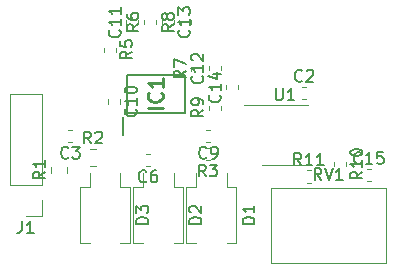
<source format=gbr>
G04 #@! TF.GenerationSoftware,KiCad,Pcbnew,5.1.5+dfsg1-2build2*
G04 #@! TF.CreationDate,2021-10-19T23:30:31+01:00*
G04 #@! TF.ProjectId,radiation_sensor,72616469-6174-4696-9f6e-5f73656e736f,rev?*
G04 #@! TF.SameCoordinates,Original*
G04 #@! TF.FileFunction,Legend,Top*
G04 #@! TF.FilePolarity,Positive*
%FSLAX46Y46*%
G04 Gerber Fmt 4.6, Leading zero omitted, Abs format (unit mm)*
G04 Created by KiCad (PCBNEW 5.1.5+dfsg1-2build2) date 2021-10-19 23:30:31*
%MOMM*%
%LPD*%
G04 APERTURE LIST*
%ADD10C,0.120000*%
%ADD11C,0.200000*%
%ADD12C,0.150000*%
%ADD13C,0.254000*%
G04 APERTURE END LIST*
D10*
X129890000Y-64228733D02*
X129890000Y-64571267D01*
X130910000Y-64228733D02*
X130910000Y-64571267D01*
X138462779Y-68340000D02*
X138137221Y-68340000D01*
X138462779Y-69360000D02*
X138137221Y-69360000D01*
X144825000Y-64675000D02*
X141375000Y-64675000D01*
X144825000Y-64675000D02*
X146775000Y-64675000D01*
X144825000Y-69795000D02*
X142875000Y-69795000D01*
X144825000Y-69795000D02*
X146775000Y-69795000D01*
X153395000Y-71720000D02*
X153395000Y-78060000D01*
X143625000Y-71720000D02*
X143625000Y-78060000D01*
X143625000Y-78060000D02*
X153395000Y-78060000D01*
X143625000Y-71720000D02*
X153395000Y-71720000D01*
X146678733Y-71260000D02*
X147021267Y-71260000D01*
X146678733Y-70240000D02*
X147021267Y-70240000D01*
X148990000Y-69528733D02*
X148990000Y-69871267D01*
X150010000Y-69528733D02*
X150010000Y-69871267D01*
X139410000Y-65096267D02*
X139410000Y-64753733D01*
X138390000Y-65096267D02*
X138390000Y-64753733D01*
X136910000Y-57871267D02*
X136910000Y-57528733D01*
X135890000Y-57871267D02*
X135890000Y-57528733D01*
X137910000Y-61796267D02*
X137910000Y-61453733D01*
X136890000Y-61796267D02*
X136890000Y-61453733D01*
X133910000Y-57846267D02*
X133910000Y-57503733D01*
X132890000Y-57846267D02*
X132890000Y-57503733D01*
X129490000Y-59828733D02*
X129490000Y-60171267D01*
X130510000Y-59828733D02*
X130510000Y-60171267D01*
X128313748Y-69860000D02*
X128836252Y-69860000D01*
X128313748Y-68440000D02*
X128836252Y-68440000D01*
X126410000Y-70436252D02*
X126410000Y-69913748D01*
X124990000Y-70436252D02*
X124990000Y-69913748D01*
X124230000Y-74080000D02*
X122900000Y-74080000D01*
X124230000Y-72750000D02*
X124230000Y-74080000D01*
X124230000Y-71480000D02*
X121570000Y-71480000D01*
X121570000Y-71480000D02*
X121570000Y-63800000D01*
X124230000Y-71480000D02*
X124230000Y-63800000D01*
X124230000Y-63800000D02*
X121570000Y-63800000D01*
D11*
X131112000Y-67213000D02*
X131112000Y-65688000D01*
X136347000Y-65338000D02*
X131457000Y-65338000D01*
X136347000Y-62138000D02*
X136347000Y-65338000D01*
X131457000Y-62138000D02*
X136347000Y-62138000D01*
X131457000Y-65338000D02*
X131457000Y-62138000D01*
D10*
X130910000Y-71640000D02*
X130910000Y-70460000D01*
X131710000Y-71640000D02*
X130910000Y-71640000D01*
X131710000Y-76360000D02*
X131710000Y-71640000D01*
X130910000Y-76360000D02*
X131710000Y-76360000D01*
X127490000Y-76360000D02*
X128290000Y-76360000D01*
X127490000Y-71640000D02*
X127490000Y-76360000D01*
X128290000Y-71640000D02*
X127490000Y-71640000D01*
X128290000Y-70410000D02*
X128290000Y-71640000D01*
X135410000Y-71640000D02*
X135410000Y-70460000D01*
X136210000Y-71640000D02*
X135410000Y-71640000D01*
X136210000Y-76360000D02*
X136210000Y-71640000D01*
X135410000Y-76360000D02*
X136210000Y-76360000D01*
X131990000Y-76360000D02*
X132790000Y-76360000D01*
X131990000Y-71640000D02*
X131990000Y-76360000D01*
X132790000Y-71640000D02*
X131990000Y-71640000D01*
X132790000Y-70410000D02*
X132790000Y-71640000D01*
X139910000Y-71640000D02*
X139910000Y-70460000D01*
X140710000Y-71640000D02*
X139910000Y-71640000D01*
X140710000Y-76360000D02*
X140710000Y-71640000D01*
X139910000Y-76360000D02*
X140710000Y-76360000D01*
X136490000Y-76360000D02*
X137290000Y-76360000D01*
X136490000Y-71640000D02*
X136490000Y-76360000D01*
X137290000Y-71640000D02*
X136490000Y-71640000D01*
X137290000Y-70410000D02*
X137290000Y-71640000D01*
X151753733Y-71160000D02*
X152096267Y-71160000D01*
X151753733Y-70140000D02*
X152096267Y-70140000D01*
X140885000Y-63371267D02*
X140885000Y-63028733D01*
X139865000Y-63371267D02*
X139865000Y-63028733D01*
X134390000Y-57528733D02*
X134390000Y-57871267D01*
X135410000Y-57528733D02*
X135410000Y-57871267D01*
X139410000Y-61771267D02*
X139410000Y-61428733D01*
X138390000Y-61771267D02*
X138390000Y-61428733D01*
X132410000Y-57871267D02*
X132410000Y-57528733D01*
X131390000Y-57871267D02*
X131390000Y-57528733D01*
X138521267Y-66840000D02*
X138178733Y-66840000D01*
X138521267Y-67860000D02*
X138178733Y-67860000D01*
X133421267Y-68840000D02*
X133078733Y-68840000D01*
X133421267Y-69860000D02*
X133078733Y-69860000D01*
X126846267Y-66840000D02*
X126503733Y-66840000D01*
X126846267Y-67860000D02*
X126503733Y-67860000D01*
X146278733Y-64210000D02*
X146621267Y-64210000D01*
X146278733Y-63190000D02*
X146621267Y-63190000D01*
D12*
X132187142Y-65042857D02*
X132234761Y-65090476D01*
X132282380Y-65233333D01*
X132282380Y-65328571D01*
X132234761Y-65471428D01*
X132139523Y-65566666D01*
X132044285Y-65614285D01*
X131853809Y-65661904D01*
X131710952Y-65661904D01*
X131520476Y-65614285D01*
X131425238Y-65566666D01*
X131330000Y-65471428D01*
X131282380Y-65328571D01*
X131282380Y-65233333D01*
X131330000Y-65090476D01*
X131377619Y-65042857D01*
X132282380Y-64090476D02*
X132282380Y-64661904D01*
X132282380Y-64376190D02*
X131282380Y-64376190D01*
X131425238Y-64471428D01*
X131520476Y-64566666D01*
X131568095Y-64661904D01*
X131282380Y-63471428D02*
X131282380Y-63376190D01*
X131330000Y-63280952D01*
X131377619Y-63233333D01*
X131472857Y-63185714D01*
X131663333Y-63138095D01*
X131901428Y-63138095D01*
X132091904Y-63185714D01*
X132187142Y-63233333D01*
X132234761Y-63280952D01*
X132282380Y-63376190D01*
X132282380Y-63471428D01*
X132234761Y-63566666D01*
X132187142Y-63614285D01*
X132091904Y-63661904D01*
X131901428Y-63709523D01*
X131663333Y-63709523D01*
X131472857Y-63661904D01*
X131377619Y-63614285D01*
X131330000Y-63566666D01*
X131282380Y-63471428D01*
X138133333Y-70732380D02*
X137800000Y-70256190D01*
X137561904Y-70732380D02*
X137561904Y-69732380D01*
X137942857Y-69732380D01*
X138038095Y-69780000D01*
X138085714Y-69827619D01*
X138133333Y-69922857D01*
X138133333Y-70065714D01*
X138085714Y-70160952D01*
X138038095Y-70208571D01*
X137942857Y-70256190D01*
X137561904Y-70256190D01*
X138466666Y-69732380D02*
X139085714Y-69732380D01*
X138752380Y-70113333D01*
X138895238Y-70113333D01*
X138990476Y-70160952D01*
X139038095Y-70208571D01*
X139085714Y-70303809D01*
X139085714Y-70541904D01*
X139038095Y-70637142D01*
X138990476Y-70684761D01*
X138895238Y-70732380D01*
X138609523Y-70732380D01*
X138514285Y-70684761D01*
X138466666Y-70637142D01*
X144063095Y-63287380D02*
X144063095Y-64096904D01*
X144110714Y-64192142D01*
X144158333Y-64239761D01*
X144253571Y-64287380D01*
X144444047Y-64287380D01*
X144539285Y-64239761D01*
X144586904Y-64192142D01*
X144634523Y-64096904D01*
X144634523Y-63287380D01*
X145634523Y-64287380D02*
X145063095Y-64287380D01*
X145348809Y-64287380D02*
X145348809Y-63287380D01*
X145253571Y-63430238D01*
X145158333Y-63525476D01*
X145063095Y-63573095D01*
X147914761Y-71042380D02*
X147581428Y-70566190D01*
X147343333Y-71042380D02*
X147343333Y-70042380D01*
X147724285Y-70042380D01*
X147819523Y-70090000D01*
X147867142Y-70137619D01*
X147914761Y-70232857D01*
X147914761Y-70375714D01*
X147867142Y-70470952D01*
X147819523Y-70518571D01*
X147724285Y-70566190D01*
X147343333Y-70566190D01*
X148200476Y-70042380D02*
X148533809Y-71042380D01*
X148867142Y-70042380D01*
X149724285Y-71042380D02*
X149152857Y-71042380D01*
X149438571Y-71042380D02*
X149438571Y-70042380D01*
X149343333Y-70185238D01*
X149248095Y-70280476D01*
X149152857Y-70328095D01*
X146207142Y-69772380D02*
X145873809Y-69296190D01*
X145635714Y-69772380D02*
X145635714Y-68772380D01*
X146016666Y-68772380D01*
X146111904Y-68820000D01*
X146159523Y-68867619D01*
X146207142Y-68962857D01*
X146207142Y-69105714D01*
X146159523Y-69200952D01*
X146111904Y-69248571D01*
X146016666Y-69296190D01*
X145635714Y-69296190D01*
X147159523Y-69772380D02*
X146588095Y-69772380D01*
X146873809Y-69772380D02*
X146873809Y-68772380D01*
X146778571Y-68915238D01*
X146683333Y-69010476D01*
X146588095Y-69058095D01*
X148111904Y-69772380D02*
X147540476Y-69772380D01*
X147826190Y-69772380D02*
X147826190Y-68772380D01*
X147730952Y-68915238D01*
X147635714Y-69010476D01*
X147540476Y-69058095D01*
X151382380Y-70342857D02*
X150906190Y-70676190D01*
X151382380Y-70914285D02*
X150382380Y-70914285D01*
X150382380Y-70533333D01*
X150430000Y-70438095D01*
X150477619Y-70390476D01*
X150572857Y-70342857D01*
X150715714Y-70342857D01*
X150810952Y-70390476D01*
X150858571Y-70438095D01*
X150906190Y-70533333D01*
X150906190Y-70914285D01*
X151382380Y-69390476D02*
X151382380Y-69961904D01*
X151382380Y-69676190D02*
X150382380Y-69676190D01*
X150525238Y-69771428D01*
X150620476Y-69866666D01*
X150668095Y-69961904D01*
X150382380Y-68771428D02*
X150382380Y-68676190D01*
X150430000Y-68580952D01*
X150477619Y-68533333D01*
X150572857Y-68485714D01*
X150763333Y-68438095D01*
X151001428Y-68438095D01*
X151191904Y-68485714D01*
X151287142Y-68533333D01*
X151334761Y-68580952D01*
X151382380Y-68676190D01*
X151382380Y-68771428D01*
X151334761Y-68866666D01*
X151287142Y-68914285D01*
X151191904Y-68961904D01*
X151001428Y-69009523D01*
X150763333Y-69009523D01*
X150572857Y-68961904D01*
X150477619Y-68914285D01*
X150430000Y-68866666D01*
X150382380Y-68771428D01*
X137922380Y-65091666D02*
X137446190Y-65425000D01*
X137922380Y-65663095D02*
X136922380Y-65663095D01*
X136922380Y-65282142D01*
X136970000Y-65186904D01*
X137017619Y-65139285D01*
X137112857Y-65091666D01*
X137255714Y-65091666D01*
X137350952Y-65139285D01*
X137398571Y-65186904D01*
X137446190Y-65282142D01*
X137446190Y-65663095D01*
X137922380Y-64615476D02*
X137922380Y-64425000D01*
X137874761Y-64329761D01*
X137827142Y-64282142D01*
X137684285Y-64186904D01*
X137493809Y-64139285D01*
X137112857Y-64139285D01*
X137017619Y-64186904D01*
X136970000Y-64234523D01*
X136922380Y-64329761D01*
X136922380Y-64520238D01*
X136970000Y-64615476D01*
X137017619Y-64663095D01*
X137112857Y-64710714D01*
X137350952Y-64710714D01*
X137446190Y-64663095D01*
X137493809Y-64615476D01*
X137541428Y-64520238D01*
X137541428Y-64329761D01*
X137493809Y-64234523D01*
X137446190Y-64186904D01*
X137350952Y-64139285D01*
X135422380Y-57866666D02*
X134946190Y-58200000D01*
X135422380Y-58438095D02*
X134422380Y-58438095D01*
X134422380Y-58057142D01*
X134470000Y-57961904D01*
X134517619Y-57914285D01*
X134612857Y-57866666D01*
X134755714Y-57866666D01*
X134850952Y-57914285D01*
X134898571Y-57961904D01*
X134946190Y-58057142D01*
X134946190Y-58438095D01*
X134850952Y-57295238D02*
X134803333Y-57390476D01*
X134755714Y-57438095D01*
X134660476Y-57485714D01*
X134612857Y-57485714D01*
X134517619Y-57438095D01*
X134470000Y-57390476D01*
X134422380Y-57295238D01*
X134422380Y-57104761D01*
X134470000Y-57009523D01*
X134517619Y-56961904D01*
X134612857Y-56914285D01*
X134660476Y-56914285D01*
X134755714Y-56961904D01*
X134803333Y-57009523D01*
X134850952Y-57104761D01*
X134850952Y-57295238D01*
X134898571Y-57390476D01*
X134946190Y-57438095D01*
X135041428Y-57485714D01*
X135231904Y-57485714D01*
X135327142Y-57438095D01*
X135374761Y-57390476D01*
X135422380Y-57295238D01*
X135422380Y-57104761D01*
X135374761Y-57009523D01*
X135327142Y-56961904D01*
X135231904Y-56914285D01*
X135041428Y-56914285D01*
X134946190Y-56961904D01*
X134898571Y-57009523D01*
X134850952Y-57104761D01*
X136422380Y-61791666D02*
X135946190Y-62125000D01*
X136422380Y-62363095D02*
X135422380Y-62363095D01*
X135422380Y-61982142D01*
X135470000Y-61886904D01*
X135517619Y-61839285D01*
X135612857Y-61791666D01*
X135755714Y-61791666D01*
X135850952Y-61839285D01*
X135898571Y-61886904D01*
X135946190Y-61982142D01*
X135946190Y-62363095D01*
X135422380Y-61458333D02*
X135422380Y-60791666D01*
X136422380Y-61220238D01*
X132422380Y-57841666D02*
X131946190Y-58175000D01*
X132422380Y-58413095D02*
X131422380Y-58413095D01*
X131422380Y-58032142D01*
X131470000Y-57936904D01*
X131517619Y-57889285D01*
X131612857Y-57841666D01*
X131755714Y-57841666D01*
X131850952Y-57889285D01*
X131898571Y-57936904D01*
X131946190Y-58032142D01*
X131946190Y-58413095D01*
X131422380Y-56984523D02*
X131422380Y-57175000D01*
X131470000Y-57270238D01*
X131517619Y-57317857D01*
X131660476Y-57413095D01*
X131850952Y-57460714D01*
X132231904Y-57460714D01*
X132327142Y-57413095D01*
X132374761Y-57365476D01*
X132422380Y-57270238D01*
X132422380Y-57079761D01*
X132374761Y-56984523D01*
X132327142Y-56936904D01*
X132231904Y-56889285D01*
X131993809Y-56889285D01*
X131898571Y-56936904D01*
X131850952Y-56984523D01*
X131803333Y-57079761D01*
X131803333Y-57270238D01*
X131850952Y-57365476D01*
X131898571Y-57413095D01*
X131993809Y-57460714D01*
X131882380Y-60166666D02*
X131406190Y-60500000D01*
X131882380Y-60738095D02*
X130882380Y-60738095D01*
X130882380Y-60357142D01*
X130930000Y-60261904D01*
X130977619Y-60214285D01*
X131072857Y-60166666D01*
X131215714Y-60166666D01*
X131310952Y-60214285D01*
X131358571Y-60261904D01*
X131406190Y-60357142D01*
X131406190Y-60738095D01*
X130882380Y-59261904D02*
X130882380Y-59738095D01*
X131358571Y-59785714D01*
X131310952Y-59738095D01*
X131263333Y-59642857D01*
X131263333Y-59404761D01*
X131310952Y-59309523D01*
X131358571Y-59261904D01*
X131453809Y-59214285D01*
X131691904Y-59214285D01*
X131787142Y-59261904D01*
X131834761Y-59309523D01*
X131882380Y-59404761D01*
X131882380Y-59642857D01*
X131834761Y-59738095D01*
X131787142Y-59785714D01*
X128408333Y-67952380D02*
X128075000Y-67476190D01*
X127836904Y-67952380D02*
X127836904Y-66952380D01*
X128217857Y-66952380D01*
X128313095Y-67000000D01*
X128360714Y-67047619D01*
X128408333Y-67142857D01*
X128408333Y-67285714D01*
X128360714Y-67380952D01*
X128313095Y-67428571D01*
X128217857Y-67476190D01*
X127836904Y-67476190D01*
X128789285Y-67047619D02*
X128836904Y-67000000D01*
X128932142Y-66952380D01*
X129170238Y-66952380D01*
X129265476Y-67000000D01*
X129313095Y-67047619D01*
X129360714Y-67142857D01*
X129360714Y-67238095D01*
X129313095Y-67380952D01*
X128741666Y-67952380D01*
X129360714Y-67952380D01*
X124502380Y-70341666D02*
X124026190Y-70675000D01*
X124502380Y-70913095D02*
X123502380Y-70913095D01*
X123502380Y-70532142D01*
X123550000Y-70436904D01*
X123597619Y-70389285D01*
X123692857Y-70341666D01*
X123835714Y-70341666D01*
X123930952Y-70389285D01*
X123978571Y-70436904D01*
X124026190Y-70532142D01*
X124026190Y-70913095D01*
X124502380Y-69389285D02*
X124502380Y-69960714D01*
X124502380Y-69675000D02*
X123502380Y-69675000D01*
X123645238Y-69770238D01*
X123740476Y-69865476D01*
X123788095Y-69960714D01*
X122566666Y-74532380D02*
X122566666Y-75246666D01*
X122519047Y-75389523D01*
X122423809Y-75484761D01*
X122280952Y-75532380D01*
X122185714Y-75532380D01*
X123566666Y-75532380D02*
X122995238Y-75532380D01*
X123280952Y-75532380D02*
X123280952Y-74532380D01*
X123185714Y-74675238D01*
X123090476Y-74770476D01*
X122995238Y-74818095D01*
D13*
X134476523Y-64977761D02*
X133206523Y-64977761D01*
X134355571Y-63647285D02*
X134416047Y-63707761D01*
X134476523Y-63889190D01*
X134476523Y-64010142D01*
X134416047Y-64191571D01*
X134295095Y-64312523D01*
X134174142Y-64373000D01*
X133932238Y-64433476D01*
X133750809Y-64433476D01*
X133508904Y-64373000D01*
X133387952Y-64312523D01*
X133267000Y-64191571D01*
X133206523Y-64010142D01*
X133206523Y-63889190D01*
X133267000Y-63707761D01*
X133327476Y-63647285D01*
X134476523Y-62437761D02*
X134476523Y-63163476D01*
X134476523Y-62800619D02*
X133206523Y-62800619D01*
X133387952Y-62921571D01*
X133508904Y-63042523D01*
X133569380Y-63163476D01*
D12*
X133252380Y-74748095D02*
X132252380Y-74748095D01*
X132252380Y-74510000D01*
X132300000Y-74367142D01*
X132395238Y-74271904D01*
X132490476Y-74224285D01*
X132680952Y-74176666D01*
X132823809Y-74176666D01*
X133014285Y-74224285D01*
X133109523Y-74271904D01*
X133204761Y-74367142D01*
X133252380Y-74510000D01*
X133252380Y-74748095D01*
X132252380Y-73843333D02*
X132252380Y-73224285D01*
X132633333Y-73557619D01*
X132633333Y-73414761D01*
X132680952Y-73319523D01*
X132728571Y-73271904D01*
X132823809Y-73224285D01*
X133061904Y-73224285D01*
X133157142Y-73271904D01*
X133204761Y-73319523D01*
X133252380Y-73414761D01*
X133252380Y-73700476D01*
X133204761Y-73795714D01*
X133157142Y-73843333D01*
X137752380Y-74748095D02*
X136752380Y-74748095D01*
X136752380Y-74510000D01*
X136800000Y-74367142D01*
X136895238Y-74271904D01*
X136990476Y-74224285D01*
X137180952Y-74176666D01*
X137323809Y-74176666D01*
X137514285Y-74224285D01*
X137609523Y-74271904D01*
X137704761Y-74367142D01*
X137752380Y-74510000D01*
X137752380Y-74748095D01*
X136847619Y-73795714D02*
X136800000Y-73748095D01*
X136752380Y-73652857D01*
X136752380Y-73414761D01*
X136800000Y-73319523D01*
X136847619Y-73271904D01*
X136942857Y-73224285D01*
X137038095Y-73224285D01*
X137180952Y-73271904D01*
X137752380Y-73843333D01*
X137752380Y-73224285D01*
X142252380Y-74748095D02*
X141252380Y-74748095D01*
X141252380Y-74510000D01*
X141300000Y-74367142D01*
X141395238Y-74271904D01*
X141490476Y-74224285D01*
X141680952Y-74176666D01*
X141823809Y-74176666D01*
X142014285Y-74224285D01*
X142109523Y-74271904D01*
X142204761Y-74367142D01*
X142252380Y-74510000D01*
X142252380Y-74748095D01*
X142252380Y-73224285D02*
X142252380Y-73795714D01*
X142252380Y-73510000D02*
X141252380Y-73510000D01*
X141395238Y-73605238D01*
X141490476Y-73700476D01*
X141538095Y-73795714D01*
X151282142Y-69577142D02*
X151234523Y-69624761D01*
X151091666Y-69672380D01*
X150996428Y-69672380D01*
X150853571Y-69624761D01*
X150758333Y-69529523D01*
X150710714Y-69434285D01*
X150663095Y-69243809D01*
X150663095Y-69100952D01*
X150710714Y-68910476D01*
X150758333Y-68815238D01*
X150853571Y-68720000D01*
X150996428Y-68672380D01*
X151091666Y-68672380D01*
X151234523Y-68720000D01*
X151282142Y-68767619D01*
X152234523Y-69672380D02*
X151663095Y-69672380D01*
X151948809Y-69672380D02*
X151948809Y-68672380D01*
X151853571Y-68815238D01*
X151758333Y-68910476D01*
X151663095Y-68958095D01*
X153139285Y-68672380D02*
X152663095Y-68672380D01*
X152615476Y-69148571D01*
X152663095Y-69100952D01*
X152758333Y-69053333D01*
X152996428Y-69053333D01*
X153091666Y-69100952D01*
X153139285Y-69148571D01*
X153186904Y-69243809D01*
X153186904Y-69481904D01*
X153139285Y-69577142D01*
X153091666Y-69624761D01*
X152996428Y-69672380D01*
X152758333Y-69672380D01*
X152663095Y-69624761D01*
X152615476Y-69577142D01*
X139302142Y-63842857D02*
X139349761Y-63890476D01*
X139397380Y-64033333D01*
X139397380Y-64128571D01*
X139349761Y-64271428D01*
X139254523Y-64366666D01*
X139159285Y-64414285D01*
X138968809Y-64461904D01*
X138825952Y-64461904D01*
X138635476Y-64414285D01*
X138540238Y-64366666D01*
X138445000Y-64271428D01*
X138397380Y-64128571D01*
X138397380Y-64033333D01*
X138445000Y-63890476D01*
X138492619Y-63842857D01*
X139397380Y-62890476D02*
X139397380Y-63461904D01*
X139397380Y-63176190D02*
X138397380Y-63176190D01*
X138540238Y-63271428D01*
X138635476Y-63366666D01*
X138683095Y-63461904D01*
X138730714Y-62033333D02*
X139397380Y-62033333D01*
X138349761Y-62271428D02*
X139064047Y-62509523D01*
X139064047Y-61890476D01*
X136687142Y-58342857D02*
X136734761Y-58390476D01*
X136782380Y-58533333D01*
X136782380Y-58628571D01*
X136734761Y-58771428D01*
X136639523Y-58866666D01*
X136544285Y-58914285D01*
X136353809Y-58961904D01*
X136210952Y-58961904D01*
X136020476Y-58914285D01*
X135925238Y-58866666D01*
X135830000Y-58771428D01*
X135782380Y-58628571D01*
X135782380Y-58533333D01*
X135830000Y-58390476D01*
X135877619Y-58342857D01*
X136782380Y-57390476D02*
X136782380Y-57961904D01*
X136782380Y-57676190D02*
X135782380Y-57676190D01*
X135925238Y-57771428D01*
X136020476Y-57866666D01*
X136068095Y-57961904D01*
X135782380Y-57057142D02*
X135782380Y-56438095D01*
X136163333Y-56771428D01*
X136163333Y-56628571D01*
X136210952Y-56533333D01*
X136258571Y-56485714D01*
X136353809Y-56438095D01*
X136591904Y-56438095D01*
X136687142Y-56485714D01*
X136734761Y-56533333D01*
X136782380Y-56628571D01*
X136782380Y-56914285D01*
X136734761Y-57009523D01*
X136687142Y-57057142D01*
X137827142Y-62242857D02*
X137874761Y-62290476D01*
X137922380Y-62433333D01*
X137922380Y-62528571D01*
X137874761Y-62671428D01*
X137779523Y-62766666D01*
X137684285Y-62814285D01*
X137493809Y-62861904D01*
X137350952Y-62861904D01*
X137160476Y-62814285D01*
X137065238Y-62766666D01*
X136970000Y-62671428D01*
X136922380Y-62528571D01*
X136922380Y-62433333D01*
X136970000Y-62290476D01*
X137017619Y-62242857D01*
X137922380Y-61290476D02*
X137922380Y-61861904D01*
X137922380Y-61576190D02*
X136922380Y-61576190D01*
X137065238Y-61671428D01*
X137160476Y-61766666D01*
X137208095Y-61861904D01*
X137017619Y-60909523D02*
X136970000Y-60861904D01*
X136922380Y-60766666D01*
X136922380Y-60528571D01*
X136970000Y-60433333D01*
X137017619Y-60385714D01*
X137112857Y-60338095D01*
X137208095Y-60338095D01*
X137350952Y-60385714D01*
X137922380Y-60957142D01*
X137922380Y-60338095D01*
X130827142Y-58342857D02*
X130874761Y-58390476D01*
X130922380Y-58533333D01*
X130922380Y-58628571D01*
X130874761Y-58771428D01*
X130779523Y-58866666D01*
X130684285Y-58914285D01*
X130493809Y-58961904D01*
X130350952Y-58961904D01*
X130160476Y-58914285D01*
X130065238Y-58866666D01*
X129970000Y-58771428D01*
X129922380Y-58628571D01*
X129922380Y-58533333D01*
X129970000Y-58390476D01*
X130017619Y-58342857D01*
X130922380Y-57390476D02*
X130922380Y-57961904D01*
X130922380Y-57676190D02*
X129922380Y-57676190D01*
X130065238Y-57771428D01*
X130160476Y-57866666D01*
X130208095Y-57961904D01*
X130922380Y-56438095D02*
X130922380Y-57009523D01*
X130922380Y-56723809D02*
X129922380Y-56723809D01*
X130065238Y-56819047D01*
X130160476Y-56914285D01*
X130208095Y-57009523D01*
X138183333Y-69137142D02*
X138135714Y-69184761D01*
X137992857Y-69232380D01*
X137897619Y-69232380D01*
X137754761Y-69184761D01*
X137659523Y-69089523D01*
X137611904Y-68994285D01*
X137564285Y-68803809D01*
X137564285Y-68660952D01*
X137611904Y-68470476D01*
X137659523Y-68375238D01*
X137754761Y-68280000D01*
X137897619Y-68232380D01*
X137992857Y-68232380D01*
X138135714Y-68280000D01*
X138183333Y-68327619D01*
X138659523Y-69232380D02*
X138850000Y-69232380D01*
X138945238Y-69184761D01*
X138992857Y-69137142D01*
X139088095Y-68994285D01*
X139135714Y-68803809D01*
X139135714Y-68422857D01*
X139088095Y-68327619D01*
X139040476Y-68280000D01*
X138945238Y-68232380D01*
X138754761Y-68232380D01*
X138659523Y-68280000D01*
X138611904Y-68327619D01*
X138564285Y-68422857D01*
X138564285Y-68660952D01*
X138611904Y-68756190D01*
X138659523Y-68803809D01*
X138754761Y-68851428D01*
X138945238Y-68851428D01*
X139040476Y-68803809D01*
X139088095Y-68756190D01*
X139135714Y-68660952D01*
X133083333Y-71137142D02*
X133035714Y-71184761D01*
X132892857Y-71232380D01*
X132797619Y-71232380D01*
X132654761Y-71184761D01*
X132559523Y-71089523D01*
X132511904Y-70994285D01*
X132464285Y-70803809D01*
X132464285Y-70660952D01*
X132511904Y-70470476D01*
X132559523Y-70375238D01*
X132654761Y-70280000D01*
X132797619Y-70232380D01*
X132892857Y-70232380D01*
X133035714Y-70280000D01*
X133083333Y-70327619D01*
X133940476Y-70232380D02*
X133750000Y-70232380D01*
X133654761Y-70280000D01*
X133607142Y-70327619D01*
X133511904Y-70470476D01*
X133464285Y-70660952D01*
X133464285Y-71041904D01*
X133511904Y-71137142D01*
X133559523Y-71184761D01*
X133654761Y-71232380D01*
X133845238Y-71232380D01*
X133940476Y-71184761D01*
X133988095Y-71137142D01*
X134035714Y-71041904D01*
X134035714Y-70803809D01*
X133988095Y-70708571D01*
X133940476Y-70660952D01*
X133845238Y-70613333D01*
X133654761Y-70613333D01*
X133559523Y-70660952D01*
X133511904Y-70708571D01*
X133464285Y-70803809D01*
X126508333Y-69137142D02*
X126460714Y-69184761D01*
X126317857Y-69232380D01*
X126222619Y-69232380D01*
X126079761Y-69184761D01*
X125984523Y-69089523D01*
X125936904Y-68994285D01*
X125889285Y-68803809D01*
X125889285Y-68660952D01*
X125936904Y-68470476D01*
X125984523Y-68375238D01*
X126079761Y-68280000D01*
X126222619Y-68232380D01*
X126317857Y-68232380D01*
X126460714Y-68280000D01*
X126508333Y-68327619D01*
X126841666Y-68232380D02*
X127460714Y-68232380D01*
X127127380Y-68613333D01*
X127270238Y-68613333D01*
X127365476Y-68660952D01*
X127413095Y-68708571D01*
X127460714Y-68803809D01*
X127460714Y-69041904D01*
X127413095Y-69137142D01*
X127365476Y-69184761D01*
X127270238Y-69232380D01*
X126984523Y-69232380D01*
X126889285Y-69184761D01*
X126841666Y-69137142D01*
X146283333Y-62627142D02*
X146235714Y-62674761D01*
X146092857Y-62722380D01*
X145997619Y-62722380D01*
X145854761Y-62674761D01*
X145759523Y-62579523D01*
X145711904Y-62484285D01*
X145664285Y-62293809D01*
X145664285Y-62150952D01*
X145711904Y-61960476D01*
X145759523Y-61865238D01*
X145854761Y-61770000D01*
X145997619Y-61722380D01*
X146092857Y-61722380D01*
X146235714Y-61770000D01*
X146283333Y-61817619D01*
X146664285Y-61817619D02*
X146711904Y-61770000D01*
X146807142Y-61722380D01*
X147045238Y-61722380D01*
X147140476Y-61770000D01*
X147188095Y-61817619D01*
X147235714Y-61912857D01*
X147235714Y-62008095D01*
X147188095Y-62150952D01*
X146616666Y-62722380D01*
X147235714Y-62722380D01*
M02*

</source>
